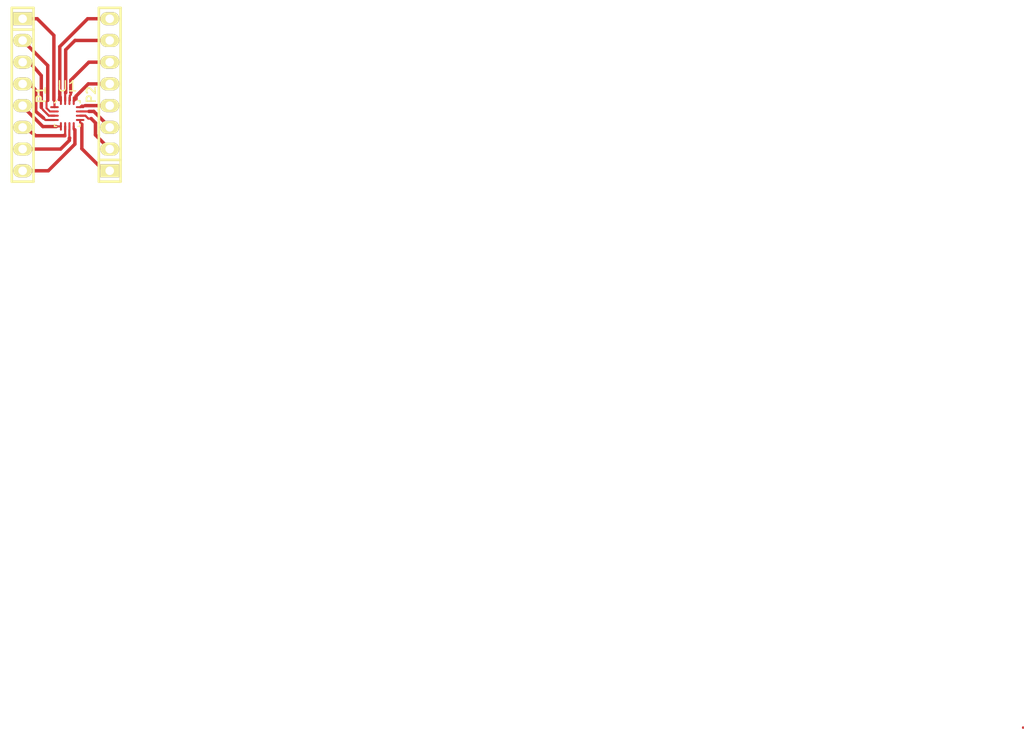
<source format=kicad_pcb>
(kicad_pcb (version 4) (host pcbnew 4.0.2-stable)

  (general
    (links 16)
    (no_connects 0)
    (area 17.649999 15.409999 137.595002 100.835002)
    (thickness 1.6)
    (drawings 5)
    (tracks 107)
    (zones 0)
    (modules 3)
    (nets 17)
  )

  (page A4)
  (layers
    (0 F.Cu signal)
    (31 B.Cu signal)
    (32 B.Adhes user)
    (33 F.Adhes user)
    (34 B.Paste user)
    (35 F.Paste user)
    (36 B.SilkS user)
    (37 F.SilkS user)
    (38 B.Mask user)
    (39 F.Mask user)
    (40 Dwgs.User user)
    (41 Cmts.User user)
    (42 Eco1.User user)
    (43 Eco2.User user)
    (44 Edge.Cuts user)
    (45 Margin user)
    (46 B.CrtYd user)
    (47 F.CrtYd user)
    (48 B.Fab user)
    (49 F.Fab user)
  )

  (setup
    (last_trace_width 0.4)
    (trace_clearance 0.2)
    (zone_clearance 0.508)
    (zone_45_only no)
    (trace_min 0.2)
    (segment_width 0.2)
    (edge_width 0.15)
    (via_size 0.6)
    (via_drill 0.4)
    (via_min_size 0.4)
    (via_min_drill 0.3)
    (uvia_size 0.3)
    (uvia_drill 0.1)
    (uvias_allowed no)
    (uvia_min_size 0.2)
    (uvia_min_drill 0.1)
    (pcb_text_width 0.3)
    (pcb_text_size 1.5 1.5)
    (mod_edge_width 0.15)
    (mod_text_size 1 1)
    (mod_text_width 0.15)
    (pad_size 1.524 2.19964)
    (pad_drill 1.00076)
    (pad_to_mask_clearance 0.2)
    (aux_axis_origin 0 0)
    (visible_elements FFFFFF7F)
    (pcbplotparams
      (layerselection 0x00030_80000001)
      (usegerberextensions false)
      (excludeedgelayer true)
      (linewidth 0.100000)
      (plotframeref false)
      (viasonmask false)
      (mode 1)
      (useauxorigin false)
      (hpglpennumber 1)
      (hpglpenspeed 20)
      (hpglpendiameter 15)
      (hpglpenoverlay 2)
      (psnegative false)
      (psa4output false)
      (plotreference true)
      (plotvalue true)
      (plotinvisibletext false)
      (padsonsilk false)
      (subtractmaskfromsilk false)
      (outputformat 1)
      (mirror false)
      (drillshape 1)
      (scaleselection 1)
      (outputdirectory ""))
  )

  (net 0 "")
  (net 1 /1)
  (net 2 /2)
  (net 3 /3)
  (net 4 /4)
  (net 5 /5)
  (net 6 /6)
  (net 7 /7)
  (net 8 /8)
  (net 9 /9)
  (net 10 /10)
  (net 11 /11)
  (net 12 /12)
  (net 13 /13)
  (net 14 /14)
  (net 15 /15)
  (net 16 /16)

  (net_class Default "This is the default net class."
    (clearance 0.2)
    (trace_width 0.4)
    (via_dia 0.6)
    (via_drill 0.4)
    (uvia_dia 0.3)
    (uvia_drill 0.1)
    (add_net /1)
    (add_net /10)
    (add_net /11)
    (add_net /12)
    (add_net /13)
    (add_net /14)
    (add_net /15)
    (add_net /16)
    (add_net /2)
    (add_net /3)
    (add_net /4)
    (add_net /5)
    (add_net /6)
    (add_net /7)
    (add_net /8)
    (add_net /9)
  )

  (module w_pin_strip:pin_socket_8 (layer F.Cu) (tedit 0) (tstamp 5954D068)
    (at 20.3 26.49 270)
    (descr "Pin socket 8pin")
    (tags "CONN DEV")
    (path /5954C5A0)
    (fp_text reference P1 (at 0 -2.159 270) (layer F.SilkS)
      (effects (font (size 1.016 1.016) (thickness 0.2032)))
    )
    (fp_text value CONN_01X08 (at 0.254 -3.556 270) (layer F.SilkS) hide
      (effects (font (size 1.016 0.889) (thickness 0.2032)))
    )
    (fp_line (start -7.62 -1.27) (end -7.62 1.27) (layer F.SilkS) (width 0.3048))
    (fp_line (start -10.16 -1.27) (end 10.16 -1.27) (layer F.SilkS) (width 0.3048))
    (fp_line (start 10.16 -1.27) (end 10.16 1.27) (layer F.SilkS) (width 0.3048))
    (fp_line (start 10.16 1.27) (end -10.16 1.27) (layer F.SilkS) (width 0.3048))
    (fp_line (start -10.16 1.27) (end -10.16 -1.27) (layer F.SilkS) (width 0.3048))
    (pad 1 thru_hole rect (at -8.89 0 270) (size 1.524 2.19964) (drill 1.00076) (layers *.Cu *.Mask F.SilkS)
      (net 1 /1))
    (pad 2 thru_hole oval (at -6.35 0 270) (size 1.524 2.19964) (drill 1.00076) (layers *.Cu *.Mask F.SilkS)
      (net 2 /2))
    (pad 3 thru_hole oval (at -3.81 0 270) (size 1.524 2.19964) (drill 1.00076) (layers *.Cu *.Mask F.SilkS)
      (net 3 /3))
    (pad 4 thru_hole oval (at -1.27 0 270) (size 1.524 2.19964) (drill 1.00076) (layers *.Cu *.Mask F.SilkS)
      (net 4 /4))
    (pad 5 thru_hole oval (at 1.27 0 270) (size 1.524 2.19964) (drill 1.00076) (layers *.Cu *.Mask F.SilkS)
      (net 5 /5))
    (pad 6 thru_hole oval (at 3.81 0 270) (size 1.524 2.19964) (drill 1.00076) (layers *.Cu *.Mask F.SilkS)
      (net 6 /6))
    (pad 7 thru_hole oval (at 6.35 0 270) (size 1.524 2.19964) (drill 1.00076) (layers *.Cu *.Mask F.SilkS)
      (net 7 /7))
    (pad 8 thru_hole oval (at 8.89 0 270) (size 1.524 2.19964) (drill 1.00076) (layers *.Cu *.Mask F.SilkS)
      (net 8 /8))
    (model K:/Web_libs/smisosto/modules/packages3d/walter/pin_strip/pin_socket_8.wrl
      (at (xyz 0 0 0))
      (scale (xyz 1 1 1))
      (rotate (xyz 0 0 0))
    )
  )

  (module w_pin_strip:pin_socket_8 (layer F.Cu) (tedit 0) (tstamp 5954D074)
    (at 30.48 26.49 90)
    (descr "Pin socket 8pin")
    (tags "CONN DEV")
    (path /5954C615)
    (fp_text reference P2 (at 0 -2.159 90) (layer F.SilkS)
      (effects (font (size 1.016 1.016) (thickness 0.2032)))
    )
    (fp_text value CONN_01X08 (at 0.254 -3.556 90) (layer F.SilkS) hide
      (effects (font (size 1.016 0.889) (thickness 0.2032)))
    )
    (fp_line (start -7.62 -1.27) (end -7.62 1.27) (layer F.SilkS) (width 0.3048))
    (fp_line (start -10.16 -1.27) (end 10.16 -1.27) (layer F.SilkS) (width 0.3048))
    (fp_line (start 10.16 -1.27) (end 10.16 1.27) (layer F.SilkS) (width 0.3048))
    (fp_line (start 10.16 1.27) (end -10.16 1.27) (layer F.SilkS) (width 0.3048))
    (fp_line (start -10.16 1.27) (end -10.16 -1.27) (layer F.SilkS) (width 0.3048))
    (pad 1 thru_hole rect (at -8.89 0 90) (size 1.524 2.19964) (drill 1.00076) (layers *.Cu *.Mask F.SilkS)
      (net 9 /9))
    (pad 2 thru_hole oval (at -6.35 0 90) (size 1.524 2.19964) (drill 1.00076) (layers *.Cu *.Mask F.SilkS)
      (net 10 /10))
    (pad 3 thru_hole oval (at -3.81 0 90) (size 1.524 2.19964) (drill 1.00076) (layers *.Cu *.Mask F.SilkS)
      (net 11 /11))
    (pad 4 thru_hole oval (at -1.27 0 90) (size 1.524 2.19964) (drill 1.00076) (layers *.Cu *.Mask F.SilkS)
      (net 12 /12))
    (pad 5 thru_hole oval (at 1.27 0 90) (size 1.524 2.19964) (drill 1.00076) (layers *.Cu *.Mask F.SilkS)
      (net 13 /13))
    (pad 6 thru_hole oval (at 3.81 0 90) (size 1.524 2.19964) (drill 1.00076) (layers *.Cu *.Mask F.SilkS)
      (net 14 /14))
    (pad 7 thru_hole oval (at 6.35 0 90) (size 1.524 2.19964) (drill 1.00076) (layers *.Cu *.Mask F.SilkS)
      (net 15 /15))
    (pad 8 thru_hole oval (at 8.89 0 90) (size 1.524 2.19964) (drill 1.00076) (layers *.Cu *.Mask F.SilkS)
      (net 16 /16))
    (model K:/Web_libs/smisosto/modules/packages3d/walter/pin_strip/pin_socket_8.wrl
      (at (xyz 0 0 0))
      (scale (xyz 1 1 1))
      (rotate (xyz 0 0 0))
    )
  )

  (module mitja:QFP_16 (layer F.Cu) (tedit 0) (tstamp 5954D093)
    (at 25.52 28.69)
    (path /5954C2A2)
    (fp_text reference U1 (at 0 -3.2) (layer F.SilkS)
      (effects (font (size 1.2 1.2) (thickness 0.15)))
    )
    (fp_text value ADCMP572 (at 0 3.2) (layer F.Fab)
      (effects (font (size 1.2 1.2) (thickness 0.15)))
    )
    (fp_line (start -1.5 -1.25) (end -1.25 -1.5) (layer F.SilkS) (width 0.15))
    (fp_line (start 1.25 -1.5) (end 1.5 -1.5) (layer F.SilkS) (width 0.15))
    (fp_line (start 1.5 -1.5) (end 1.5 -1.25) (layer F.SilkS) (width 0.15))
    (fp_line (start -1.25 1.5) (end -1.5 1.5) (layer F.SilkS) (width 0.15))
    (fp_line (start -1.5 1.5) (end -1.5 1.25) (layer F.SilkS) (width 0.15))
    (fp_line (start 1.25 1.5) (end 1.5 1.5) (layer F.SilkS) (width 0.15))
    (fp_line (start 1.5 1.5) (end 1.5 1.25) (layer F.SilkS) (width 0.15))
    (fp_line (start -3 -3) (end 3 -3) (layer F.CrtYd) (width 0.15))
    (fp_line (start 3 -3) (end 3 3) (layer F.CrtYd) (width 0.15))
    (fp_line (start 3 3) (end -3 3) (layer F.CrtYd) (width 0.15))
    (fp_line (start -3 3) (end -3 -3) (layer F.CrtYd) (width 0.15))
    (pad 1 smd oval (at -1.5 -0.75 90) (size 0.23 1) (layers F.Cu F.Paste F.Mask)
      (net 1 /1))
    (pad 2 smd oval (at -1.5 -0.25 90) (size 0.23 1) (layers F.Cu F.Paste F.Mask)
      (net 2 /2))
    (pad 3 smd oval (at -1.5 0.25 90) (size 0.23 1) (layers F.Cu F.Paste F.Mask)
      (net 3 /3))
    (pad 4 smd oval (at -1.5 0.75 90) (size 0.23 1) (layers F.Cu F.Paste F.Mask)
      (net 4 /4))
    (pad 5 smd oval (at -0.75 1.5) (size 0.23 1) (layers F.Cu F.Paste F.Mask)
      (net 5 /5))
    (pad 6 smd oval (at -0.25 1.5) (size 0.23 1) (layers F.Cu F.Paste F.Mask)
      (net 6 /6))
    (pad 7 smd oval (at 0.25 1.5) (size 0.23 1) (layers F.Cu F.Paste F.Mask)
      (net 7 /7))
    (pad 8 smd oval (at 0.75 1.5) (size 0.23 1) (layers F.Cu F.Paste F.Mask)
      (net 8 /8))
    (pad 9 smd oval (at 1.5 0.75 90) (size 0.23 1) (layers F.Cu F.Paste F.Mask)
      (net 9 /9))
    (pad 10 smd oval (at 1.5 0.25 90) (size 0.23 1) (layers F.Cu F.Paste F.Mask)
      (net 10 /10))
    (pad 11 smd oval (at 1.5 -0.25 90) (size 0.23 1) (layers F.Cu F.Paste F.Mask)
      (net 11 /11))
    (pad 12 smd oval (at 1.5 -0.75 90) (size 0.23 1) (layers F.Cu F.Paste F.Mask)
      (net 12 /12))
    (pad 13 smd oval (at 0.75 -1.5) (size 0.23 1) (layers F.Cu F.Paste F.Mask)
      (net 13 /13))
    (pad 14 smd oval (at 0.25 -1.5) (size 0.23 1) (layers F.Cu F.Paste F.Mask)
      (net 14 /14))
    (pad 15 smd oval (at -0.25 -1.5) (size 0.23 1) (layers F.Cu F.Paste F.Mask)
      (net 15 /15))
    (pad 16 smd oval (at -0.75 -1.5) (size 0.23 1) (layers F.Cu F.Paste F.Mask)
      (net 16 /16))
  )

  (gr_line (start 17.75 15.51) (end 17.75 15.56) (angle 90) (layer Eco2.User) (width 0.2))
  (gr_line (start 33.79 15.51) (end 17.75 15.51) (angle 90) (layer Eco2.User) (width 0.2))
  (gr_line (start 33.79 37.64) (end 33.79 15.51) (angle 90) (layer Eco2.User) (width 0.2))
  (gr_line (start 17.81 37.64) (end 33.79 37.64) (angle 90) (layer Eco2.User) (width 0.2))
  (gr_line (start 17.81 15.56) (end 17.81 37.64) (angle 90) (layer Eco2.User) (width 0.2))

  (segment (start 137.27 100.460002) (end 137.27 100.51) (width 0.25) (layer F.Cu) (net 0) (tstamp 5954CBB9))
  (segment (start 24.02 27.94) (end 24.02 27.16) (width 0.25) (layer F.Cu) (net 1))
  (segment (start 22 17.6) (end 23.95 19.55) (width 0.4) (layer F.Cu) (net 1) (tstamp 5954D1E8))
  (segment (start 23.95 19.55) (end 23.95 27.09) (width 0.4) (layer F.Cu) (net 1) (tstamp 5954D1EA))
  (segment (start 22 17.6) (end 20.3 17.6) (width 0.4) (layer F.Cu) (net 1))
  (segment (start 24.02 27.16) (end 23.95 27.09) (width 0.25) (layer F.Cu) (net 1) (tstamp 5954D2D0))
  (segment (start 23.23 27.15) (end 23.23 23.07) (width 0.4) (layer F.Cu) (net 2))
  (segment (start 23.23 23.07) (end 20.3 20.14) (width 0.4) (layer F.Cu) (net 2) (tstamp 5954D3DD))
  (segment (start 23.091128 28.048872) (end 23.091128 27.288872) (width 0.23) (layer F.Cu) (net 2))
  (segment (start 23.482256 28.44) (end 23.091128 28.048872) (width 0.23) (layer F.Cu) (net 2) (tstamp 5954D3C9))
  (segment (start 24.02 28.44) (end 23.482256 28.44) (width 0.23) (layer F.Cu) (net 2))
  (segment (start 23.091128 27.288872) (end 23.23 27.15) (width 0.23) (layer F.Cu) (net 2) (tstamp 5954D3CE))
  (segment (start 23.23 27.15) (end 23.24 27.14) (width 0.23) (layer F.Cu) (net 2) (tstamp 5954D3DB))
  (segment (start 22.48 27.98) (end 22.68 28.26) (width 0.25) (layer F.Cu) (net 3))
  (segment (start 22.48 24.25) (end 22.48 27.98) (width 0.4) (layer F.Cu) (net 3) (tstamp 5954D1CA))
  (segment (start 21.12 22.68) (end 22.48 24.25) (width 0.4) (layer F.Cu) (net 3) (tstamp 5954D1C9))
  (segment (start 23.36 28.94) (end 24.02 28.94) (width 0.25) (layer F.Cu) (net 3) (tstamp 5954D294))
  (segment (start 22.68 28.26) (end 23.36 28.94) (width 0.25) (layer F.Cu) (net 3) (tstamp 5954D293))
  (segment (start 20.3 22.68) (end 21.12 22.68) (width 0.4) (layer F.Cu) (net 3))
  (segment (start 24.02 29.44) (end 22.961678 29.44) (width 0.25) (layer F.Cu) (net 4))
  (segment (start 21.83 28.438322) (end 22.745839 29.224161) (width 0.4) (layer F.Cu) (net 4) (tstamp 5954D1C6))
  (segment (start 21.83 25.97) (end 21.83 28.438322) (width 0.4) (layer F.Cu) (net 4) (tstamp 5954D1C5))
  (segment (start 21.83 25.97) (end 21.21 25.22) (width 0.4) (layer F.Cu) (net 4) (tstamp 5954D1C4))
  (segment (start 22.961678 29.44) (end 22.745839 29.224161) (width 0.25) (layer F.Cu) (net 4) (tstamp 5954D28F))
  (segment (start 20.3 25.22) (end 21.21 25.22) (width 0.4) (layer F.Cu) (net 4))
  (segment (start 24.77 30.19) (end 24.26 30.19) (width 0.25) (layer F.Cu) (net 5))
  (segment (start 22.66 30.21) (end 24.24 30.21) (width 0.4) (layer F.Cu) (net 5) (tstamp 5954D1C1))
  (segment (start 22.66 30.21) (end 20.3 27.85) (width 0.4) (layer F.Cu) (net 5) (tstamp 5954D1C0))
  (segment (start 24.26 30.19) (end 24.24 30.21) (width 0.25) (layer F.Cu) (net 5) (tstamp 5954D28C))
  (segment (start 20.3 27.76) (end 20.3 27.85) (width 0.4) (layer F.Cu) (net 5))
  (segment (start 25.27 30.19) (end 25.27 31.099998) (width 0.25) (layer F.Cu) (net 6))
  (segment (start 25.27 31.099998) (end 25.229998 31.14) (width 0.25) (layer F.Cu) (net 6) (tstamp 5954D289))
  (segment (start 25.11 31.28) (end 25.11 31.259998) (width 0.3) (layer F.Cu) (net 6))
  (segment (start 25.229998 31.28) (end 25.11 31.28) (width 0.4) (layer F.Cu) (net 6) (tstamp 5954D264))
  (segment (start 21.85 31.28) (end 25.229998 31.28) (width 0.4) (layer F.Cu) (net 6) (tstamp 5954D1BC))
  (segment (start 20.49 30.3) (end 21.85 31.28) (width 0.4) (layer F.Cu) (net 6) (tstamp 5954D1BB))
  (segment (start 25.229998 31.14) (end 25.229998 31.28) (width 0.3) (layer F.Cu) (net 6) (tstamp 5954D263))
  (segment (start 25.11 31.259998) (end 25.229998 31.14) (width 0.3) (layer F.Cu) (net 6) (tstamp 5954D261))
  (segment (start 20.3 30.3) (end 20.49 30.3) (width 0.4) (layer F.Cu) (net 6))
  (segment (start 25.76 31.82) (end 25.76 31.58) (width 0.4) (layer F.Cu) (net 7))
  (segment (start 24.74 32.84) (end 25.76 31.83) (width 0.4) (layer F.Cu) (net 7) (tstamp 5954D335))
  (segment (start 25.76 31.83) (end 25.76 31.82) (width 0.4) (layer F.Cu) (net 7) (tstamp 5954D337))
  (segment (start 20.3 32.84) (end 24.74 32.84) (width 0.4) (layer F.Cu) (net 7))
  (segment (start 25.76 31.58) (end 25.8 31.54) (width 0.4) (layer F.Cu) (net 7) (tstamp 5954D401))
  (segment (start 25.76 30.59) (end 25.76 31.58) (width 0.25) (layer F.Cu) (net 7))
  (segment (start 25.76 31.58) (end 25.77 31.59) (width 0.25) (layer F.Cu) (net 7) (tstamp 5954D301))
  (segment (start 26.27 30.19) (end 26.27 30.45) (width 0.25) (layer F.Cu) (net 8))
  (segment (start 26.27 30.45) (end 26.41 30.59) (width 0.25) (layer F.Cu) (net 8) (tstamp 5954D26F))
  (segment (start 20.3 35.38) (end 23.29 35.38) (width 0.4) (layer F.Cu) (net 8))
  (segment (start 26.41 32.26) (end 26.41 30.59) (width 0.4) (layer F.Cu) (net 8) (tstamp 5954D246))
  (segment (start 23.29 35.38) (end 26.41 32.26) (width 0.4) (layer F.Cu) (net 8) (tstamp 5954D244))
  (segment (start 27.02 29.44) (end 27.02 29.72) (width 0.25) (layer F.Cu) (net 9))
  (segment (start 27.22 32.8) (end 27.22 29.92) (width 0.4) (layer F.Cu) (net 9) (tstamp 5954D1A8))
  (segment (start 27.22 32.8) (end 29.8 35.38) (width 0.4) (layer F.Cu) (net 9) (tstamp 5954D1A7))
  (segment (start 27.02 29.72) (end 27.22 29.92) (width 0.25) (layer F.Cu) (net 9) (tstamp 5954D2F6))
  (segment (start 30.48 35.38) (end 29.8 35.38) (width 0.4) (layer F.Cu) (net 9))
  (segment (start 27.02 28.94) (end 27.64 28.94) (width 0.25) (layer F.Cu) (net 10))
  (segment (start 27.98 29.28) (end 28.32 29.28) (width 0.25) (layer F.Cu) (net 10) (tstamp 5954D2F3))
  (segment (start 27.64 28.94) (end 27.98 29.28) (width 0.25) (layer F.Cu) (net 10) (tstamp 5954D2F2))
  (segment (start 30.48 32.84) (end 30.46 32.84) (width 0.4) (layer F.Cu) (net 10))
  (segment (start 30.46 32.84) (end 28.81 31.19) (width 0.4) (layer F.Cu) (net 10) (tstamp 5954D1A1))
  (segment (start 28.81 31.19) (end 28.81 29.77) (width 0.4) (layer F.Cu) (net 10) (tstamp 5954D1A2))
  (segment (start 28.81 29.77) (end 28.32 29.28) (width 0.4) (layer F.Cu) (net 10) (tstamp 5954D1A3))
  (segment (start 28.32 29.28) (end 28.31 29.27) (width 0.4) (layer F.Cu) (net 10) (tstamp 5954D1A4))
  (segment (start 28.05 28.44) (end 27.02 28.44) (width 0.25) (layer F.Cu) (net 11))
  (segment (start 28.05 28.44) (end 28.62 28.44) (width 0.4) (layer F.Cu) (net 11))
  (segment (start 28.62 28.44) (end 30.48 30.3) (width 0.4) (layer F.Cu) (net 11) (tstamp 5954D198))
  (segment (start 28.05 28.44) (end 28.08 28.47) (width 0.23) (layer F.Cu) (net 11) (tstamp 5954D153))
  (segment (start 27.6 27.76) (end 27.2 27.76) (width 0.25) (layer F.Cu) (net 12))
  (segment (start 30.48 27.76) (end 27.6 27.76) (width 0.4) (layer F.Cu) (net 12))
  (segment (start 27.2 27.76) (end 27.02 27.94) (width 0.25) (layer F.Cu) (net 12) (tstamp 5954D2EB))
  (segment (start 26.54 26.65) (end 26.54 26.98) (width 0.4) (layer F.Cu) (net 13))
  (segment (start 27.97 25.22) (end 26.54 26.65) (width 0.4) (layer F.Cu) (net 13) (tstamp 5954D237))
  (segment (start 30.48 25.22) (end 27.97 25.22) (width 0.4) (layer F.Cu) (net 13))
  (segment (start 26.54 26.98) (end 26.33 27.19) (width 0.25) (layer F.Cu) (net 13) (tstamp 5954D2E5))
  (segment (start 26.33 27.19) (end 26.27 27.19) (width 0.25) (layer F.Cu) (net 13) (tstamp 5954D2E6))
  (segment (start 25.82 27.14) (end 25.82 26.59) (width 0.25) (layer F.Cu) (net 14))
  (segment (start 25.930002 26.479998) (end 25.82 26.59) (width 0.25) (layer F.Cu) (net 14) (tstamp 5954D2DC))
  (segment (start 25.930002 26.479998) (end 25.930002 26.210002) (width 0.25) (layer F.Cu) (net 14))
  (segment (start 25.82 27.14) (end 25.77 27.19) (width 0.25) (layer F.Cu) (net 14) (tstamp 5954D2E1))
  (segment (start 25.930002 25.59) (end 25.930002 26.210002) (width 0.4) (layer F.Cu) (net 14))
  (segment (start 25.930002 26.210002) (end 25.94 26.22) (width 0.4) (layer F.Cu) (net 14) (tstamp 5954D216))
  (segment (start 30.48 22.68) (end 28.04 22.68) (width 0.4) (layer F.Cu) (net 14))
  (segment (start 25.930002 24.789998) (end 25.930002 25.59) (width 0.4) (layer F.Cu) (net 14) (tstamp 5954D20E))
  (segment (start 25.930002 25.59) (end 25.930002 25.63) (width 0.4) (layer F.Cu) (net 14) (tstamp 5954D214))
  (segment (start 28.04 22.68) (end 25.930002 24.789998) (width 0.4) (layer F.Cu) (net 14) (tstamp 5954D20C))
  (segment (start 25.27 27.19) (end 25.27 26.3) (width 0.25) (layer F.Cu) (net 15))
  (segment (start 25.27 26.3) (end 25.33 26.24) (width 0.25) (layer F.Cu) (net 15) (tstamp 5954D2D8))
  (segment (start 25.33 25.73) (end 25.33 26.24) (width 0.4) (layer F.Cu) (net 15))
  (segment (start 26.42 20.14) (end 25.33 21.23) (width 0.4) (layer F.Cu) (net 15) (tstamp 5954D208))
  (segment (start 25.33 21.23) (end 25.33 25.73) (width 0.4) (layer F.Cu) (net 15) (tstamp 5954D209))
  (segment (start 30.48 20.14) (end 26.42 20.14) (width 0.4) (layer F.Cu) (net 15))
  (segment (start 25.33 26.24) (end 25.31 26.26) (width 0.4) (layer F.Cu) (net 15) (tstamp 5954D219))
  (segment (start 24.77 27.19) (end 24.77 27.12) (width 0.25) (layer F.Cu) (net 16))
  (segment (start 24.77 27.12) (end 24.64 26.99) (width 0.25) (layer F.Cu) (net 16) (tstamp 5954D2D5))
  (segment (start 24.64 26.77) (end 24.64 26.99) (width 0.4) (layer F.Cu) (net 16))
  (segment (start 24.64 26.99) (end 24.58 27.05) (width 0.4) (layer F.Cu) (net 16) (tstamp 5954D225))
  (segment (start 24.64 26.37) (end 24.64 26.77) (width 0.4) (layer F.Cu) (net 16))
  (segment (start 24.64 26.77) (end 24.62 26.79) (width 0.4) (layer F.Cu) (net 16) (tstamp 5954D222))
  (segment (start 24.64 26.13) (end 24.64 26.37) (width 0.4) (layer F.Cu) (net 16))
  (segment (start 24.64 26.37) (end 24.63 26.38) (width 0.4) (layer F.Cu) (net 16) (tstamp 5954D21F))
  (segment (start 24.64 25.41) (end 24.64 26.13) (width 0.4) (layer F.Cu) (net 16))
  (segment (start 27.9 17.6) (end 24.64 20.86) (width 0.4) (layer F.Cu) (net 16) (tstamp 5954D201))
  (segment (start 24.64 20.86) (end 24.64 25.41) (width 0.4) (layer F.Cu) (net 16) (tstamp 5954D203))
  (segment (start 30.48 17.6) (end 27.9 17.6) (width 0.4) (layer F.Cu) (net 16))
  (segment (start 24.64 26.13) (end 24.63 26.14) (width 0.4) (layer F.Cu) (net 16) (tstamp 5954D21C))
  (segment (start 24.77 27.19) (end 24.77 26.7) (width 0.23) (layer F.Cu) (net 16))

)

</source>
